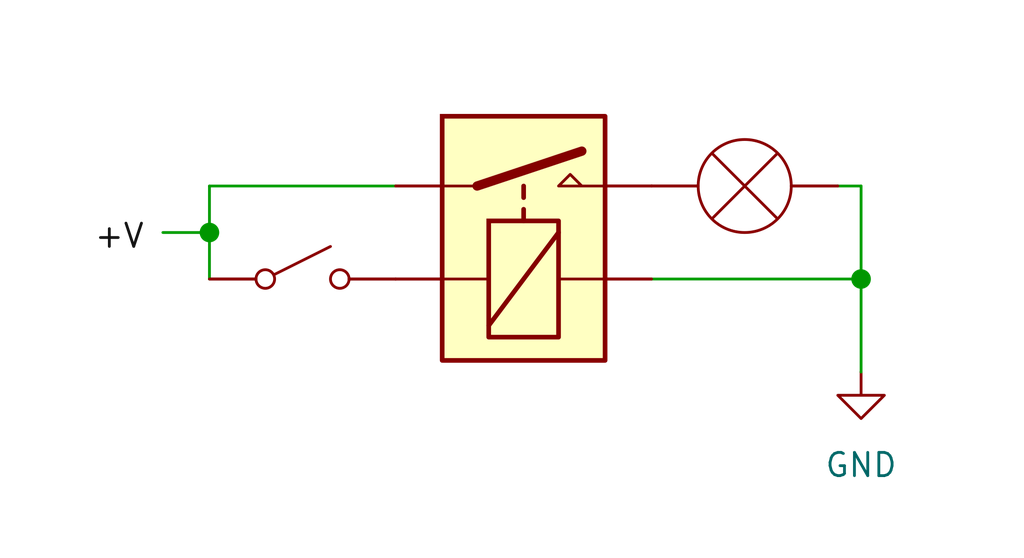
<source format=kicad_sch>
(kicad_sch (version 20250114) (generator "eeschema") (generator_version "9.0")
  (paper "User" 55.88 30.48)
  (lib_symbols
    (symbol "Device:Lamp" (pin_numbers (hide yes)) (pin_names (offset 0.0254) (hide yes))
      (property "Reference" "LA" (at 0.635 3.81 0))
      (property "Value" "Lamp" (at 0.635 -3.81 0))
      (symbol "Lamp_0_1"
        (polyline (pts (xy -1.778 1.778) (xy 1.778 -1.778)))
        (circle (center 0 0) (radius 2.54))
        (polyline (pts (xy 1.778 1.778) (xy -1.778 -1.778)))
      )
      (symbol "Lamp_1_1"
        (pin passive line (at 0 5.08 270) (length 2.54) (name "+") (number "2"))
        (pin passive line (at 0 -5.08 90) (length 2.54) (name "-") (number "1"))
      )
    )
    (symbol "Switch:SW_DPST_x2" (pin_numbers (hide yes)) (pin_names (offset 0) (hide yes))
      (property "Reference" "SW" (at 0 3.175 0))
      (property "Value" "SW_DPST_x2" (at 0 -2.54 0))
      (symbol "SW_DPST_x2_0_0"
        (circle (center -2.032 0) (radius 0.508))
        (polyline (pts (xy -1.524 0.254) (xy 1.524 1.778)))
        (circle (center 2.032 0) (radius 0.508))
      )
      (symbol "SW_DPST_x2_1_1"
        (pin passive line (at -5.08 0 0) (length 2.54) (name "A") (number "1"))
        (pin passive line (at 5.08 0 180) (length 2.54) (name "B") (number "2"))
      )
      (symbol "SW_DPST_x2_2_1"
        (pin passive line (at -5.08 0 0) (length 2.54) (name "A") (number "3"))
        (pin passive line (at 5.08 0 180) (length 2.54) (name "B") (number "4"))
      )
    )
    (symbol "power:GND" (power) (pin_numbers (hide yes)) (pin_names (offset 0) (hide yes))
      (property "Value" "GND" (at 0 -3.81 0))
      (symbol "GND_0_1"
        (polyline (pts (xy 0 0) (xy 0 -1.27) (xy 1.27 -1.27) (xy 0 -2.54) (xy -1.27 -1.27) (xy 0 -1.27)))
      )
      (symbol "GND_1_1"
        (pin power_in line (at 0 0 270) (length 0) (name "~") (number "1"))
      )
    )
    (symbol "relay:4PDT" (pin_numbers (hide yes))
      (symbol "4PDT_0_1"
        (rectangle (start 5.08 -10.16) (end 13.97 -23.495) (stroke (width 0.254)) (fill (type background)))
        (polyline (pts (xy 5.08 -13.97) (xy 6.985 -13.97)))
        (polyline (pts (xy 5.08 -19.05) (xy 7.62 -19.05)))
        (polyline (pts (xy 6.985 -13.97) (xy 12.7 -12.065)) (stroke (width 0.508)))
        (polyline (pts (xy 7.62 -21.59) (xy 11.43 -16.51)) (stroke (width 0.254)))
        (polyline (pts (xy 9.525 -14.605) (xy 9.525 -13.97)) (stroke (width 0.254)))
        (polyline (pts (xy 9.525 -15.875) (xy 9.525 -15.24)) (stroke (width 0.254)))
        (polyline (pts (xy 11.43 -19.05) (xy 13.97 -19.05)))
        (polyline (pts (xy 13.97 -13.97) (xy 11.43 -13.97) (xy 12.065 -13.335) (xy 12.7 -13.97)))
      )
      (symbol "4PDT_1_1"
        (rectangle (start 11.43 -15.875) (end 7.62 -22.225) (stroke (width 0.254)))
        (pin passive line (at 2.54 -13.97 0) (length 2.54) (name "") (number "12"))
        (pin passive line (at 2.54 -19.05 0) (length 2.54) (name "") (number "14"))
        (pin passive line (at 16.51 -13.97 180) (length 2.54) (name "") (number "8"))
        (pin passive line (at 16.51 -19.05 180) (length 2.54) (name "") (number "13"))
      )
    )
  )
  (junction (at 11.43 12.7))
  (junction (at 46.99 15.24))
  (wire (pts (xy 11.43 12.7) (xy 11.43 10.16)))
  (wire (pts (xy 11.43 15.24) (xy 11.43 12.7)))
  (wire (pts (xy 46.99 15.24) (xy 46.99 20.32)))
  (wire (pts (xy 46.99 10.16) (xy 46.99 15.24)))
  (wire (pts (xy 45.72 10.16) (xy 46.99 10.16)))
  (wire (pts (xy 11.43 10.16) (xy 21.59 10.16)))
  (wire (pts (xy 8.89 12.7) (xy 11.43 12.7)))
  (wire (pts (xy 35.56 15.24) (xy 46.99 15.24)))
  (label "+V" (at 5.08 13.97 0))
  (symbol (lib_id "relay:4PDT") (at 19.05 -3.81 0) (unit 1)
    (property "Reference" "K4" (effects (hide yes)))
    (property "Value" "4PDT" (effects (hide yes)))
    (property "Footprint" "relay:MY4N socket" (effects (hide yes)))
    (property "Datasheet" "https://edata.omron.com.au/eData/Relays/J111-E1-03.pdf" (effects (hide yes)))
  )
  (symbol (lib_id "power:GND") (at 46.99 20.32 0) (unit 1)
    (property "Reference" "#PWR?" (effects (hide yes)))
    (property "Value" "GND" (at 46.99 25.4 0))
    (property "Description" "Power symbol creates a global label with name \"GND\" , ground" (effects (hide yes)))
  )
  (symbol (lib_id "Device:Lamp") (at 40.64 10.16 90) (unit 1)
    (property "Reference" "LA?" (effects (hide yes)))
    (property "Value" "Lamp" (effects (hide yes)))
    (property "Description" "Lamp" (effects (hide yes)))
  )
  (symbol (lib_id "Switch:SW_DPST_x2") (at 16.51 15.24 0) (unit 1)
    (property "Reference" "SW?" (effects (hide yes)))
    (property "Value" "SW_DPST_x2" (effects (hide yes)))
    (property "Description" "Single Pole Single Throw (SPST) switch, separate symbol" (effects (hide yes)))
  )
)
</source>
